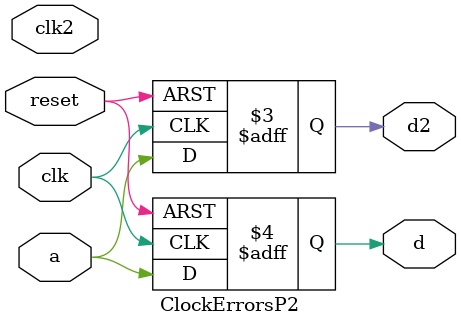
<source format=v>
module ClockErrorsP2(input wire clk,
					input wire clk2,
                   input wire reset,
                   input wire a,
                   output reg d,
				   output reg d2);
always@(posedge clk or posedge reset)begin
    if(reset)begin
      d <= 1'b0;
    end
    else if(clk) begin
      d <= a;
    end
  end
  always@(posedge clk or posedge reset)begin
    if(reset)begin
      d2 <= 1'b0;
    end
    else if(clk) begin
      d2 <= a;
    end
  end
endmodule


</source>
